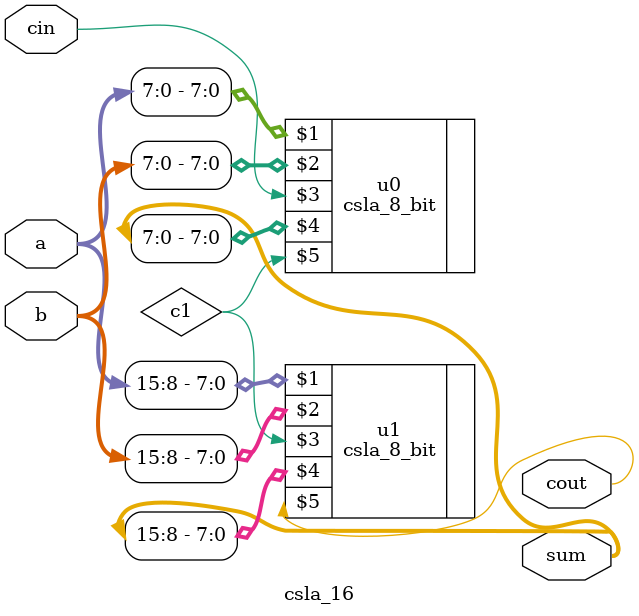
<source format=v>
`timescale 1ns / 1ps


module csla_16(a,b,cin,sum,cout);
input [15:0]a,b;
input cin;
output [15:0]sum;
output cout;
wire c1;
csla_8_bit u0(a[7:0],b[7:0],cin,sum[7:0],c1);
csla_8_bit u1(a[15:8],b[15:8],c1,sum[15:8],cout);
endmodule

</source>
